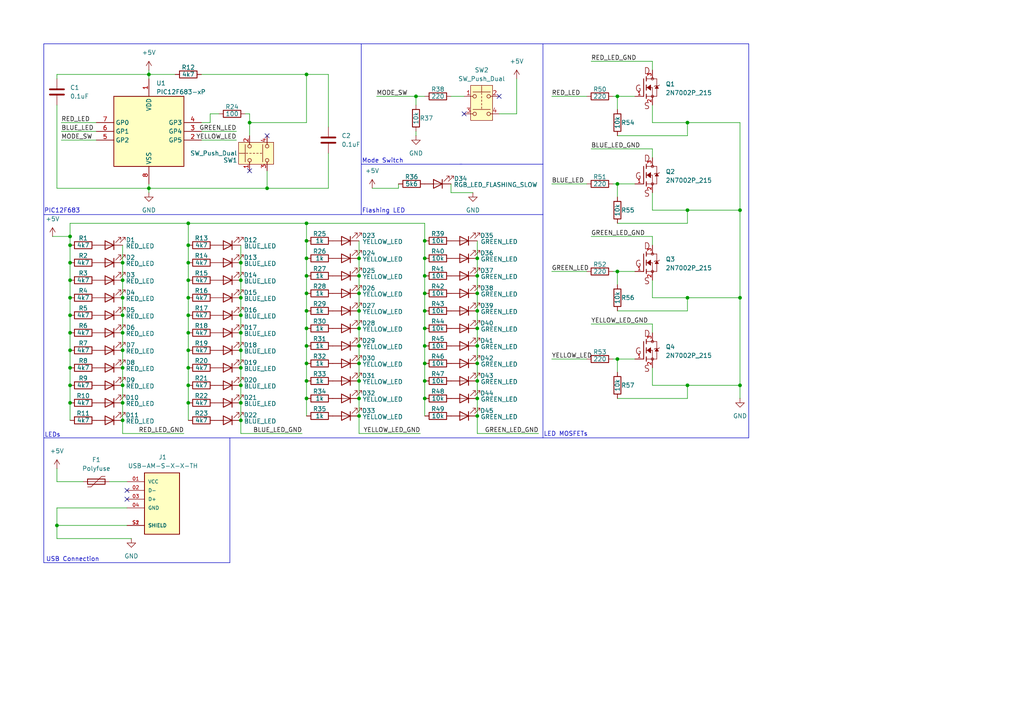
<source format=kicad_sch>
(kicad_sch (version 20250114) (generator "eeschema") (generator_version "9.0")
  (paper "A4")
  (title_block (title "Christmas Tree") (date "2025-08-04") (rev "1.1"))
  (text "LEDs" (at 15.24 126.238 0) (effects (font (size 1.27 1.27))))
  (text "Flashing LED" (at 111.252 61.214 0) (effects (font (size 1.27 1.27))))
  (text "PIC12F683" (at 18.034 61.214 0) (effects (font (size 1.27 1.27))))
  (text "Mode Switch" (at 110.998 46.736 0) (effects (font (size 1.27 1.27))))
  (text "USB Connection" (at 21.082 162.306 0) (effects (font (size 1.27 1.27))))
  (text "LED MOSFETs" (at 164.084 125.984 0) (effects (font (size 1.27 1.27))))
  (junction (at 35.56 91.44))
  (junction (at 199.39 60.96))
  (junction (at 138.43 115.57))
  (junction (at 88.9 64.77))
  (junction (at 54.61 101.6))
  (junction (at 35.56 86.36))
  (junction (at 138.43 74.93))
  (junction (at 54.61 106.68))
  (junction (at 138.43 90.17))
  (junction (at 123.19 90.17))
  (junction (at 35.56 116.84))
  (junction (at 88.9 105.41))
  (junction (at 138.43 120.65))
  (junction (at 35.56 81.28))
  (junction (at 69.85 121.92))
  (junction (at 104.14 115.57))
  (junction (at 123.19 110.49))
  (junction (at 179.07 53.34))
  (junction (at 20.32 101.6))
  (junction (at 20.32 86.36))
  (junction (at 123.19 115.57))
  (junction (at 199.39 86.36))
  (junction (at 104.14 120.65))
  (junction (at 123.19 85.09))
  (junction (at 20.32 71.12))
  (junction (at 43.18 54.61))
  (junction (at 123.19 105.41))
  (junction (at 88.9 21.59))
  (junction (at 77.47 54.61))
  (junction (at 69.85 91.44))
  (junction (at 138.43 110.49))
  (junction (at 20.32 81.28))
  (junction (at 199.39 111.76))
  (junction (at 16.51 152.4))
  (junction (at 88.9 74.93))
  (junction (at 138.43 80.01))
  (junction (at 214.63 111.76))
  (junction (at 20.32 96.52))
  (junction (at 69.85 111.76))
  (junction (at 20.32 76.2))
  (junction (at 179.07 104.14))
  (junction (at 35.56 101.6))
  (junction (at 123.19 69.85))
  (junction (at 88.9 69.85))
  (junction (at 69.85 96.52))
  (junction (at 72.39 35.56))
  (junction (at 43.18 21.59))
  (junction (at 88.9 110.49))
  (junction (at 69.85 81.28))
  (junction (at 179.07 78.74))
  (junction (at 88.9 115.57))
  (junction (at 54.61 76.2))
  (junction (at 138.43 95.25))
  (junction (at 88.9 100.33))
  (junction (at 54.61 86.36))
  (junction (at 54.61 91.44))
  (junction (at 104.14 80.01))
  (junction (at 20.32 106.68))
  (junction (at 104.14 105.41))
  (junction (at 20.32 68.58))
  (junction (at 120.65 27.94))
  (junction (at 54.61 71.12))
  (junction (at 20.32 111.76))
  (junction (at 123.19 95.25))
  (junction (at 104.14 100.33))
  (junction (at 35.56 106.68))
  (junction (at 104.14 90.17))
  (junction (at 199.39 35.56))
  (junction (at 123.19 80.01))
  (junction (at 88.9 80.01))
  (junction (at 104.14 95.25))
  (junction (at 69.85 116.84))
  (junction (at 54.61 111.76))
  (junction (at 138.43 85.09))
  (junction (at 35.56 76.2))
  (junction (at 88.9 85.09))
  (junction (at 20.32 116.84))
  (junction (at 88.9 90.17))
  (junction (at 69.85 86.36))
  (junction (at 54.61 81.28))
  (junction (at 54.61 116.84))
  (junction (at 35.56 111.76))
  (junction (at 35.56 121.92))
  (junction (at 69.85 76.2))
  (junction (at 214.63 60.96))
  (junction (at 138.43 100.33))
  (junction (at 54.61 96.52))
  (junction (at 20.32 91.44))
  (junction (at 54.61 64.77))
  (junction (at 104.14 110.49))
  (junction (at 179.07 27.94))
  (junction (at 69.85 101.6))
  (junction (at 69.85 106.68))
  (junction (at 138.43 105.41))
  (junction (at 123.19 100.33))
  (junction (at 123.19 74.93))
  (junction (at 35.56 96.52))
  (junction (at 214.63 86.36))
  (junction (at 104.14 85.09))
  (junction (at 88.9 95.25))
  (junction (at 104.14 74.93))
  (no_connect (at 77.47 39.37))
  (no_connect (at 72.39 49.53))
  (no_connect (at 144.78 27.94))
  (no_connect (at 36.83 142.24))
  (no_connect (at 36.83 144.78))
  (no_connect (at 134.62 33.02))
  (wire (pts (xy 123.19 90.17) (xy 123.19 95.25)))
  (wire (pts (xy 115.57 54.61) (xy 115.57 53.34)))
  (wire (pts (xy 179.07 39.37) (xy 199.39 39.37)))
  (wire (pts (xy 104.14 74.93) (xy 104.14 80.01)))
  (polyline (pts (xy 104.775 12.7) (xy 157.48 12.7)))
  (wire (pts (xy 69.85 121.92) (xy 69.85 125.73)))
  (wire (pts (xy 63.5 33.02) (xy 60.96 33.02)))
  (wire (pts (xy 88.9 115.57) (xy 88.9 120.65)))
  (wire (pts (xy 68.58 40.64) (xy 58.42 40.64)))
  (wire (pts (xy 20.32 101.6) (xy 20.32 106.68)))
  (wire (pts (xy 104.14 115.57) (xy 104.14 120.65)))
  (wire (pts (xy 138.43 115.57) (xy 138.43 120.65)))
  (wire (pts (xy 69.85 71.12) (xy 69.85 76.2)))
  (wire (pts (xy 104.14 69.85) (xy 104.14 74.93)))
  (wire (pts (xy 16.51 21.59) (xy 16.51 22.86)))
  (wire (pts (xy 43.18 54.61) (xy 43.18 55.88)))
  (wire (pts (xy 130.81 55.88) (xy 137.16 55.88)))
  (polyline (pts (xy 12.7 163.195) (xy 66.675 163.195)))
  (wire (pts (xy 123.19 69.85) (xy 123.19 74.93)))
  (wire (pts (xy 123.19 110.49) (xy 123.19 115.57)))
  (wire (pts (xy 138.43 80.01) (xy 138.43 85.09)))
  (polyline (pts (xy 217.17 12.7) (xy 157.48 12.7)))
  (wire (pts (xy 38.1 156.21) (xy 16.51 156.21)))
  (wire (pts (xy 179.07 53.34) (xy 179.07 57.15)))
  (wire (pts (xy 35.56 125.73) (xy 53.34 125.73)))
  (polyline (pts (xy 157.48 47.625) (xy 157.48 62.23)))
  (polyline (pts (xy 104.775 62.23) (xy 157.48 62.23)))
  (wire (pts (xy 54.61 64.77) (xy 20.32 64.77)))
  (wire (pts (xy 77.47 54.61) (xy 95.25 54.61)))
  (wire (pts (xy 138.43 69.85) (xy 138.43 74.93)))
  (wire (pts (xy 199.39 39.37) (xy 199.39 35.56)))
  (wire (pts (xy 36.83 147.32) (xy 16.51 147.32)))
  (wire (pts (xy 179.07 78.74) (xy 184.15 78.74)))
  (wire (pts (xy 179.07 104.14) (xy 184.15 104.14)))
  (wire (pts (xy 88.9 85.09) (xy 88.9 90.17)))
  (wire (pts (xy 109.22 27.94) (xy 120.65 27.94)))
  (wire (pts (xy 104.14 100.33) (xy 104.14 105.41)))
  (wire (pts (xy 214.63 60.96) (xy 214.63 86.36)))
  (wire (pts (xy 35.56 121.92) (xy 35.56 125.73)))
  (wire (pts (xy 88.9 21.59) (xy 88.9 35.56)))
  (wire (pts (xy 43.18 54.61) (xy 77.47 54.61)))
  (wire (pts (xy 104.14 85.09) (xy 104.14 90.17)))
  (wire (pts (xy 20.32 91.44) (xy 20.32 96.52)))
  (wire (pts (xy 88.9 69.85) (xy 88.9 74.93)))
  (wire (pts (xy 68.58 38.1) (xy 58.42 38.1)))
  (wire (pts (xy 179.07 104.14) (xy 179.07 107.95)))
  (wire (pts (xy 20.32 116.84) (xy 20.32 121.92)))
  (wire (pts (xy 72.39 33.02) (xy 72.39 35.56)))
  (wire (pts (xy 189.23 60.96) (xy 199.39 60.96)))
  (wire (pts (xy 160.02 78.74) (xy 170.18 78.74)))
  (wire (pts (xy 214.63 35.56) (xy 199.39 35.56)))
  (wire (pts (xy 20.32 86.36) (xy 20.32 91.44)))
  (wire (pts (xy 189.23 17.78) (xy 171.45 17.78)))
  (wire (pts (xy 88.9 100.33) (xy 88.9 105.41)))
  (wire (pts (xy 16.51 139.7) (xy 16.51 135.89)))
  (wire (pts (xy 35.56 86.36) (xy 35.56 91.44)))
  (wire (pts (xy 179.07 78.74) (xy 179.07 82.55)))
  (polyline (pts (xy 217.17 127) (xy 217.17 12.7)))
  (wire (pts (xy 189.23 86.36) (xy 199.39 86.36)))
  (wire (pts (xy 120.65 27.94) (xy 123.19 27.94)))
  (wire (pts (xy 20.32 106.68) (xy 20.32 111.76)))
  (polyline (pts (xy 133.985 47.625) (xy 104.775 47.625)))
  (wire (pts (xy 69.85 76.2) (xy 69.85 81.28)))
  (wire (pts (xy 20.32 76.2) (xy 20.32 81.28)))
  (wire (pts (xy 138.43 85.09) (xy 138.43 90.17)))
  (wire (pts (xy 160.02 53.34) (xy 170.18 53.34)))
  (polyline (pts (xy 133.985 47.625) (xy 133.35 47.625)))
  (wire (pts (xy 104.14 95.25) (xy 104.14 100.33)))
  (wire (pts (xy 35.56 76.2) (xy 35.56 81.28)))
  (wire (pts (xy 35.56 71.12) (xy 35.56 76.2)))
  (wire (pts (xy 88.9 74.93) (xy 88.9 80.01)))
  (wire (pts (xy 179.07 64.77) (xy 199.39 64.77)))
  (wire (pts (xy 199.39 115.57) (xy 199.39 111.76)))
  (wire (pts (xy 130.81 53.34) (xy 130.81 55.88)))
  (wire (pts (xy 189.23 43.18) (xy 189.23 45.72)))
  (wire (pts (xy 43.18 20.32) (xy 43.18 21.59)))
  (wire (pts (xy 214.63 115.57) (xy 214.63 111.76)))
  (wire (pts (xy 16.51 54.61) (xy 43.18 54.61)))
  (wire (pts (xy 189.23 106.68) (xy 189.23 111.76)))
  (wire (pts (xy 69.85 96.52) (xy 69.85 101.6)))
  (polyline (pts (xy 66.675 163.195) (xy 66.675 127)))
  (polyline (pts (xy 157.48 62.23) (xy 157.48 127)))
  (wire (pts (xy 189.23 68.58) (xy 171.45 68.58)))
  (wire (pts (xy 77.47 49.53) (xy 77.47 54.61)))
  (wire (pts (xy 123.19 74.93) (xy 123.19 80.01)))
  (wire (pts (xy 177.8 104.14) (xy 179.07 104.14)))
  (wire (pts (xy 17.78 38.1) (xy 27.94 38.1)))
  (wire (pts (xy 138.43 125.73) (xy 156.21 125.73)))
  (wire (pts (xy 35.56 111.76) (xy 35.56 116.84)))
  (wire (pts (xy 88.9 69.85) (xy 88.9 64.77)))
  (wire (pts (xy 54.61 116.84) (xy 54.61 121.92)))
  (wire (pts (xy 60.96 35.56) (xy 58.42 35.56)))
  (polyline (pts (xy 12.7 127) (xy 12.7 62.23)))
  (wire (pts (xy 189.23 68.58) (xy 189.23 71.12)))
  (wire (pts (xy 69.85 81.28) (xy 69.85 86.36)))
  (wire (pts (xy 104.14 110.49) (xy 104.14 115.57)))
  (wire (pts (xy 69.85 106.68) (xy 69.85 111.76)))
  (wire (pts (xy 199.39 60.96) (xy 214.63 60.96)))
  (wire (pts (xy 35.56 81.28) (xy 35.56 86.36)))
  (wire (pts (xy 123.19 105.41) (xy 123.19 110.49)))
  (wire (pts (xy 69.85 116.84) (xy 69.85 121.92)))
  (wire (pts (xy 104.14 90.17) (xy 104.14 95.25)))
  (wire (pts (xy 177.8 53.34) (xy 179.07 53.34)))
  (polyline (pts (xy 12.7 12.7) (xy 12.7 62.23)))
  (wire (pts (xy 20.32 64.77) (xy 20.32 68.58)))
  (wire (pts (xy 179.07 90.17) (xy 199.39 90.17)))
  (wire (pts (xy 69.85 101.6) (xy 69.85 106.68)))
  (polyline (pts (xy 133.985 47.625) (xy 157.48 47.625)))
  (wire (pts (xy 160.02 104.14) (xy 170.18 104.14)))
  (polyline (pts (xy 157.48 12.7) (xy 157.48 47.625)))
  (wire (pts (xy 20.32 96.52) (xy 20.32 101.6)))
  (wire (pts (xy 88.9 21.59) (xy 95.25 21.59)))
  (wire (pts (xy 189.23 43.18) (xy 171.45 43.18)))
  (wire (pts (xy 189.23 17.78) (xy 189.23 20.32)))
  (polyline (pts (xy 104.775 62.23) (xy 104.775 12.7)))
  (wire (pts (xy 31.75 139.7) (xy 36.83 139.7)))
  (wire (pts (xy 104.14 80.01) (xy 104.14 85.09)))
  (wire (pts (xy 43.18 21.59) (xy 50.8 21.59)))
  (polyline (pts (xy 12.7 127) (xy 12.7 163.195)))
  (wire (pts (xy 35.56 116.84) (xy 35.56 121.92)))
  (wire (pts (xy 88.9 90.17) (xy 88.9 95.25)))
  (polyline (pts (xy 12.7 12.7) (xy 104.775 12.7)))
  (wire (pts (xy 130.81 27.94) (xy 134.62 27.94)))
  (polyline (pts (xy 157.48 127) (xy 217.17 127)))
  (wire (pts (xy 123.19 100.33) (xy 123.19 105.41)))
  (wire (pts (xy 189.23 30.48) (xy 189.23 35.56)))
  (polyline (pts (xy 12.7 62.23) (xy 104.775 62.23)))
  (wire (pts (xy 189.23 111.76) (xy 199.39 111.76)))
  (wire (pts (xy 177.8 78.74) (xy 179.07 78.74)))
  (wire (pts (xy 54.61 71.12) (xy 54.61 76.2)))
  (wire (pts (xy 16.51 147.32) (xy 16.51 152.4)))
  (wire (pts (xy 88.9 95.25) (xy 88.9 100.33)))
  (wire (pts (xy 120.65 30.48) (xy 120.65 27.94)))
  (wire (pts (xy 144.78 33.02) (xy 149.86 33.02)))
  (wire (pts (xy 138.43 100.33) (xy 138.43 105.41)))
  (wire (pts (xy 179.07 53.34) (xy 184.15 53.34)))
  (wire (pts (xy 54.61 91.44) (xy 54.61 96.52)))
  (wire (pts (xy 95.25 36.83) (xy 95.25 21.59)))
  (wire (pts (xy 69.85 91.44) (xy 69.85 96.52)))
  (wire (pts (xy 179.07 115.57) (xy 199.39 115.57)))
  (wire (pts (xy 16.51 152.4) (xy 36.83 152.4)))
  (wire (pts (xy 20.32 71.12) (xy 20.32 76.2)))
  (wire (pts (xy 199.39 90.17) (xy 199.39 86.36)))
  (wire (pts (xy 20.32 81.28) (xy 20.32 86.36)))
  (wire (pts (xy 54.61 101.6) (xy 54.61 106.68)))
  (wire (pts (xy 104.14 120.65) (xy 104.14 125.73)))
  (wire (pts (xy 35.56 101.6) (xy 35.56 106.68)))
  (wire (pts (xy 104.14 105.41) (xy 104.14 110.49)))
  (wire (pts (xy 54.61 86.36) (xy 54.61 91.44)))
  (wire (pts (xy 69.85 125.73) (xy 87.63 125.73)))
  (wire (pts (xy 69.85 111.76) (xy 69.85 116.84)))
  (wire (pts (xy 71.12 33.02) (xy 72.39 33.02)))
  (wire (pts (xy 199.39 111.76) (xy 214.63 111.76)))
  (wire (pts (xy 138.43 105.41) (xy 138.43 110.49)))
  (wire (pts (xy 58.42 21.59) (xy 88.9 21.59)))
  (wire (pts (xy 54.61 76.2) (xy 54.61 81.28)))
  (wire (pts (xy 20.32 68.58) (xy 20.32 71.12)))
  (wire (pts (xy 107.95 54.61) (xy 115.57 54.61)))
  (wire (pts (xy 123.19 69.85) (xy 123.19 64.77)))
  (wire (pts (xy 123.19 115.57) (xy 123.19 120.65)))
  (wire (pts (xy 88.9 105.41) (xy 88.9 110.49)))
  (wire (pts (xy 199.39 64.77) (xy 199.39 60.96)))
  (wire (pts (xy 35.56 91.44) (xy 35.56 96.52)))
  (wire (pts (xy 16.51 30.48) (xy 16.51 54.61)))
  (wire (pts (xy 189.23 93.98) (xy 189.23 96.52)))
  (wire (pts (xy 69.85 86.36) (xy 69.85 91.44)))
  (wire (pts (xy 95.25 44.45) (xy 95.25 54.61)))
  (wire (pts (xy 88.9 80.01) (xy 88.9 85.09)))
  (wire (pts (xy 54.61 71.12) (xy 54.61 64.77)))
  (wire (pts (xy 123.19 95.25) (xy 123.19 100.33)))
  (wire (pts (xy 16.51 156.21) (xy 16.51 152.4)))
  (wire (pts (xy 123.19 64.77) (xy 88.9 64.77)))
  (wire (pts (xy 16.51 21.59) (xy 43.18 21.59)))
  (wire (pts (xy 138.43 110.49) (xy 138.43 115.57)))
  (wire (pts (xy 88.9 110.49) (xy 88.9 115.57)))
  (wire (pts (xy 72.39 35.56) (xy 72.39 39.37)))
  (wire (pts (xy 179.07 27.94) (xy 179.07 31.75)))
  (wire (pts (xy 35.56 96.52) (xy 35.56 101.6)))
  (wire (pts (xy 214.63 86.36) (xy 214.63 111.76)))
  (wire (pts (xy 138.43 90.17) (xy 138.43 95.25)))
  (wire (pts (xy 54.61 111.76) (xy 54.61 116.84)))
  (wire (pts (xy 138.43 120.65) (xy 138.43 125.73)))
  (wire (pts (xy 15.24 68.58) (xy 20.32 68.58)))
  (wire (pts (xy 214.63 35.56) (xy 214.63 60.96)))
  (wire (pts (xy 17.78 35.56) (xy 27.94 35.56)))
  (wire (pts (xy 179.07 27.94) (xy 184.15 27.94)))
  (wire (pts (xy 160.02 27.94) (xy 170.18 27.94)))
  (wire (pts (xy 120.65 38.1) (xy 120.65 39.37)))
  (wire (pts (xy 123.19 80.01) (xy 123.19 85.09)))
  (wire (pts (xy 199.39 35.56) (xy 189.23 35.56)))
  (wire (pts (xy 138.43 74.93) (xy 138.43 80.01)))
  (wire (pts (xy 189.23 55.88) (xy 189.23 60.96)))
  (wire (pts (xy 104.14 125.73) (xy 121.92 125.73)))
  (wire (pts (xy 16.51 139.7) (xy 24.13 139.7)))
  (wire (pts (xy 123.19 85.09) (xy 123.19 90.17)))
  (wire (pts (xy 20.32 111.76) (xy 20.32 116.84)))
  (wire (pts (xy 189.23 93.98) (xy 171.45 93.98)))
  (polyline (pts (xy 157.48 127) (xy 12.7 127)))
  (wire (pts (xy 35.56 106.68) (xy 35.56 111.76)))
  (wire (pts (xy 54.61 96.52) (xy 54.61 101.6)))
  (wire (pts (xy 43.18 53.34) (xy 43.18 54.61)))
  (wire (pts (xy 60.96 33.02) (xy 60.96 35.56)))
  (wire (pts (xy 149.86 22.86) (xy 149.86 33.02)))
  (wire (pts (xy 54.61 106.68) (xy 54.61 111.76)))
  (wire (pts (xy 17.78 40.64) (xy 27.94 40.64)))
  (wire (pts (xy 177.8 27.94) (xy 179.07 27.94)))
  (wire (pts (xy 88.9 64.77) (xy 54.61 64.77)))
  (wire (pts (xy 138.43 95.25) (xy 138.43 100.33)))
  (wire (pts (xy 189.23 81.28) (xy 189.23 86.36)))
  (wire (pts (xy 72.39 35.56) (xy 88.9 35.56)))
  (wire (pts (xy 199.39 86.36) (xy 214.63 86.36)))
  (wire (pts (xy 54.61 81.28) (xy 54.61 86.36)))
  (wire (pts (xy 43.18 21.59) (xy 43.18 22.86)))
  (label "BLUE_LED" (at 17.78 38.1 0))
  (label "YELLOW_LED" (at 160.02 104.14 0))
  (label "YELLOW_LED_GND" (at 121.92 125.73 180))
  (label "GREEN_LED" (at 68.58 38.1 180))
  (label "MODE_SW" (at 17.78 40.64 0))
  (label "RED_LED" (at 160.02 27.94 0))
  (label "RED_LED_GND" (at 171.45 17.78 0))
  (label "BLUE_LED_GND" (at 87.63 125.73 180))
  (label "BLUE_LED" (at 160.02 53.34 0))
  (label "BLUE_LED_GND" (at 171.45 43.18 0))
  (label "YELLOW_LED_GND" (at 171.45 93.98 0))
  (label "GREEN_LED_GND" (at 156.21 125.73 180))
  (label "MODE_SW" (at 109.22 27.94 0))
  (label "RED_LED_GND" (at 53.34 125.73 180))
  (label "GREEN_LED" (at 160.02 78.74 0))
  (label "YELLOW_LED" (at 68.58 40.64 180))
  (label "RED_LED" (at 17.78 35.56 0))
  (label "GREEN_LED_GND" (at 171.45 68.58 0))
  (symbol (lib_id "Device:LED") (at 66.04 81.28 180) (unit 1)
    (property "Reference" "D14" (at 72.644 79.756 0))
    (property "Value" "BLUE_LED" (at 75.438 81.534 0))
    (property "Footprint" "LED_THT:LED_D5.0mm" (effects (hide yes)))
    (property "Description" "Light emitting diode" (effects (hide yes)))
  )
  (symbol (lib_id "power:GND") (at 120.65 39.37 0) (unit 1)
    (property "Reference" "#PWR07" (effects (hide yes)))
    (property "Value" "GND" (at 120.65 44.45 0))
    (property "Description" "Power symbol creates a global label with name \"GND\" , ground" (effects (hide yes)))
  )
  (symbol (lib_id "Device:LED") (at 134.62 105.41 180) (unit 1)
    (property "Reference" "D42" (at 141.224 103.886 0))
    (property "Value" "GREEN_LED" (at 144.78 105.664 0))
    (property "Footprint" "LED_THT:LED_D5.0mm" (effects (hide yes)))
    (property "Description" "Light emitting diode" (effects (hide yes)))
  )
  (symbol (lib_id "Device:LED") (at 134.62 90.17 180) (unit 1)
    (property "Reference" "D39" (at 141.224 88.646 0))
    (property "Value" "GREEN_LED" (at 144.78 90.424 0))
    (property "Footprint" "LED_THT:LED_D5.0mm" (effects (hide yes)))
    (property "Description" "Light emitting diode" (effects (hide yes)))
  )
  (symbol (lib_id "Device:LED") (at 66.04 101.6 180) (unit 1)
    (property "Reference" "D18" (at 72.644 100.076 0))
    (property "Value" "BLUE_LED" (at 75.438 101.854 0))
    (property "Footprint" "LED_THT:LED_D5.0mm" (effects (hide yes)))
    (property "Description" "Light emitting diode" (effects (hide yes)))
  )
  (symbol (lib_id "Device:R") (at 179.07 86.36 0) (unit 1)
    (property "Reference" "R56" (at 182.118 86.36 0))
    (property "Value" "10k" (at 179.07 86.36 90))
    (property "Footprint" "Resistor_SMD:R_0402_1005Metric" (effects (hide yes)))
    (property "Description" "Resistor" (effects (hide yes)))
  )
  (symbol (lib_id "Device:R") (at 92.71 105.41 270) (unit 1)
    (property "Reference" "R32" (at 92.71 103.378 90))
    (property "Value" "1k" (at 92.71 105.41 90))
    (property "Footprint" "Resistor_SMD:R_0805_2012Metric" (effects (hide yes)))
    (property "Description" "Resistor" (effects (hide yes)))
  )
  (symbol (lib_id "Device:LED") (at 31.75 76.2 180) (unit 1)
    (property "Reference" "D2" (at 37.846 74.676 0))
    (property "Value" "RED_LED" (at 40.64 76.454 0))
    (property "Footprint" "LED_THT:LED_D5.0mm" (effects (hide yes)))
    (property "Description" "Light emitting diode" (effects (hide yes)))
  )
  (symbol (lib_id "Device:LED") (at 66.04 96.52 180) (unit 1)
    (property "Reference" "D17" (at 72.644 94.996 0))
    (property "Value" "BLUE_LED" (at 75.438 96.774 0))
    (property "Footprint" "LED_THT:LED_D5.0mm" (effects (hide yes)))
    (property "Description" "Light emitting diode" (effects (hide yes)))
  )
  (symbol (lib_id "power:+5V") (at 16.51 135.89 0) (unit 1)
    (property "Reference" "#PWR02" (effects (hide yes)))
    (property "Value" "+5V" (at 16.51 130.81 0))
    (property "Description" "Power symbol creates a global label with name \"+5V\"" (effects (hide yes)))
  )
  (symbol (lib_id "Device:R") (at 24.13 71.12 270) (unit 1)
    (property "Reference" "R1" (at 24.13 69.088 90))
    (property "Value" "4k7" (at 24.13 71.12 90))
    (property "Footprint" "Resistor_SMD:R_0805_2012Metric" (effects (hide yes)))
    (property "Description" "Resistor" (effects (hide yes)))
  )
  (symbol (lib_id "Device:LED") (at 31.75 91.44 180) (unit 1)
    (property "Reference" "D5" (at 37.846 89.916 0))
    (property "Value" "RED_LED" (at 40.64 91.694 0))
    (property "Footprint" "LED_THT:LED_D5.0mm" (effects (hide yes)))
    (property "Description" "Light emitting diode" (effects (hide yes)))
  )
  (symbol (lib_id "Device:C") (at 95.25 40.64 0) (unit 1)
    (property "Reference" "C2" (at 99.06 39.3699 0) (effects (justify left)))
    (property "Value" "0.1uF" (at 99.06 41.9099 0) (effects (justify left)))
    (property "Footprint" "Capacitor_SMD:C_0603_1608Metric" (effects (hide yes)))
    (property "Description" "Unpolarized capacitor" (effects (hide yes)))
  )
  (symbol (lib_id "Device:R") (at 24.13 76.2 270) (unit 1)
    (property "Reference" "R2" (at 24.13 74.168 90))
    (property "Value" "4k7" (at 24.13 76.2 90))
    (property "Footprint" "Resistor_SMD:R_0805_2012Metric" (effects (hide yes)))
    (property "Description" "Resistor" (effects (hide yes)))
  )
  (symbol (lib_id "Device:R") (at 92.71 95.25 270) (unit 1)
    (property "Reference" "R30" (at 92.71 93.218 90))
    (property "Value" "1k" (at 92.71 95.25 90))
    (property "Footprint" "Resistor_SMD:R_0805_2012Metric" (effects (hide yes)))
    (property "Description" "Resistor" (effects (hide yes)))
  )
  (symbol (lib_id "Device:LED") (at 100.33 85.09 180) (unit 1)
    (property "Reference" "D26" (at 106.934 83.566 0))
    (property "Value" "YELLOW_LED" (at 110.998 85.344 0))
    (property "Footprint" "LED_THT:LED_D5.0mm" (effects (hide yes)))
    (property "Description" "Light emitting diode" (effects (hide yes)))
  )
  (symbol (lib_id "power:GND") (at 43.18 55.88 0) (unit 1)
    (property "Reference" "#PWR05" (effects (hide yes)))
    (property "Value" "GND" (at 43.18 60.96 0))
    (property "Description" "Power symbol creates a global label with name \"GND\" , ground" (effects (hide yes)))
  )
  (symbol (lib_id "Device:R") (at 92.71 115.57 270) (unit 1)
    (property "Reference" "R34" (at 92.71 113.538 90))
    (property "Value" "1k" (at 92.71 115.57 90))
    (property "Footprint" "Resistor_SMD:R_0805_2012Metric" (effects (hide yes)))
    (property "Description" "Resistor" (effects (hide yes)))
  )
  (symbol (lib_id "power:+5V") (at 149.86 22.86 0) (unit 1)
    (property "Reference" "#PWR09" (effects (hide yes)))
    (property "Value" "+5V" (at 149.86 17.78 0))
    (property "Description" "Power symbol creates a global label with name \"+5V\"" (effects (hide yes)))
  )
  (symbol (lib_id "Device:R") (at 127 69.85 270) (unit 1)
    (property "Reference" "R39" (at 127 67.818 90))
    (property "Value" "10k" (at 127 69.85 90))
    (property "Footprint" "Resistor_SMD:R_0805_2012Metric" (effects (hide yes)))
    (property "Description" "Resistor" (effects (hide yes)))
  )
  (symbol (lib_id "Device:R") (at 92.71 80.01 270) (unit 1)
    (property "Reference" "R27" (at 92.71 77.978 90))
    (property "Value" "1k" (at 92.71 80.01 90))
    (property "Footprint" "Resistor_SMD:R_0805_2012Metric" (effects (hide yes)))
    (property "Description" "Resistor" (effects (hide yes)))
  )
  (symbol (lib_id "Device:R") (at 58.42 91.44 270) (unit 1)
    (property "Reference" "R17" (at 58.42 89.408 90))
    (property "Value" "4k7" (at 58.42 91.44 90))
    (property "Footprint" "Resistor_SMD:R_0805_2012Metric" (effects (hide yes)))
    (property "Description" "Resistor" (effects (hide yes)))
  )
  (symbol (lib_id "Device:R") (at 24.13 81.28 270) (unit 1)
    (property "Reference" "R3" (at 24.13 79.248 90))
    (property "Value" "4k7" (at 24.13 81.28 90))
    (property "Footprint" "Resistor_SMD:R_0805_2012Metric" (effects (hide yes)))
    (property "Description" "Resistor" (effects (hide yes)))
  )
  (symbol (lib_id "Device:R") (at 127 90.17 270) (unit 1)
    (property "Reference" "R43" (at 127 88.138 90))
    (property "Value" "10k" (at 127 90.17 90))
    (property "Footprint" "Resistor_SMD:R_0805_2012Metric" (effects (hide yes)))
    (property "Description" "Resistor" (effects (hide yes)))
  )
  (symbol (lib_id "Device:R") (at 58.42 121.92 270) (unit 1)
    (property "Reference" "R23" (at 58.42 119.888 90))
    (property "Value" "4k7" (at 58.42 121.92 90))
    (property "Footprint" "Resistor_SMD:R_0805_2012Metric" (effects (hide yes)))
    (property "Description" "Resistor" (effects (hide yes)))
  )
  (symbol (lib_id "Device:R") (at 92.71 100.33 270) (unit 1)
    (property "Reference" "R31" (at 92.71 98.298 90))
    (property "Value" "1k" (at 92.71 100.33 90))
    (property "Footprint" "Resistor_SMD:R_0805_2012Metric" (effects (hide yes)))
    (property "Description" "Resistor" (effects (hide yes)))
  )
  (symbol (lib_id "Device:LED") (at 134.62 85.09 180) (unit 1)
    (property "Reference" "D38" (at 141.224 83.566 0))
    (property "Value" "GREEN_LED" (at 144.78 85.344 0))
    (property "Footprint" "LED_THT:LED_D5.0mm" (effects (hide yes)))
    (property "Description" "Light emitting diode" (effects (hide yes)))
  )
  (symbol (lib_id "Device:R") (at 58.42 76.2 270) (unit 1)
    (property "Reference" "R14" (at 58.42 74.168 90))
    (property "Value" "4k7" (at 58.42 76.2 90))
    (property "Footprint" "Resistor_SMD:R_0805_2012Metric" (effects (hide yes)))
    (property "Description" "Resistor" (effects (hide yes)))
  )
  (symbol (lib_id "Device:LED") (at 66.04 76.2 180) (unit 1)
    (property "Reference" "D13" (at 72.644 74.676 0))
    (property "Value" "BLUE_LED" (at 75.438 76.454 0))
    (property "Footprint" "LED_THT:LED_D5.0mm" (effects (hide yes)))
    (property "Description" "Light emitting diode" (effects (hide yes)))
  )
  (symbol (lib_id "Device:R") (at 24.13 121.92 270) (unit 1)
    (property "Reference" "R11" (at 24.13 119.888 90))
    (property "Value" "4k7" (at 24.13 121.92 90))
    (property "Footprint" "Resistor_SMD:R_0805_2012Metric" (effects (hide yes)))
    (property "Description" "Resistor" (effects (hide yes)))
  )
  (symbol (lib_id "Device:R") (at 24.13 101.6 270) (unit 1)
    (property "Reference" "R7" (at 24.13 99.568 90))
    (property "Value" "4k7" (at 24.13 101.6 90))
    (property "Footprint" "Resistor_SMD:R_0805_2012Metric" (effects (hide yes)))
    (property "Description" "Resistor" (effects (hide yes)))
  )
  (symbol (lib_id "Device:R") (at 92.71 110.49 270) (unit 1)
    (property "Reference" "R33" (at 92.71 108.458 90))
    (property "Value" "1k" (at 92.71 110.49 90))
    (property "Footprint" "Resistor_SMD:R_0805_2012Metric" (effects (hide yes)))
    (property "Description" "Resistor" (effects (hide yes)))
  )
  (symbol (lib_id "Device:R") (at 127 100.33 270) (unit 1)
    (property "Reference" "R45" (at 127 98.298 90))
    (property "Value" "10k" (at 127 100.33 90))
    (property "Footprint" "Resistor_SMD:R_0805_2012Metric" (effects (hide yes)))
    (property "Description" "Resistor" (effects (hide yes)))
  )
  (symbol (lib_id "Device:LED") (at 31.75 116.84 180) (unit 1)
    (property "Reference" "D10" (at 38.354 115.316 0))
    (property "Value" "RED_LED" (at 40.64 117.094 0))
    (property "Footprint" "LED_THT:LED_D5.0mm" (effects (hide yes)))
    (property "Description" "Light emitting diode" (effects (hide yes)))
  )
  (symbol (lib_id "Device:LED") (at 100.33 110.49 180) (unit 1)
    (property "Reference" "D31" (at 106.934 108.966 0))
    (property "Value" "YELLOW_LED" (at 110.998 110.744 0))
    (property "Footprint" "LED_THT:LED_D5.0mm" (effects (hide yes)))
    (property "Description" "Light emitting diode" (effects (hide yes)))
  )
  (symbol (lib_id "Device:LED") (at 66.04 121.92 180) (unit 1)
    (property "Reference" "D22" (at 72.644 120.396 0))
    (property "Value" "BLUE_LED" (at 75.438 122.174 0))
    (property "Footprint" "LED_THT:LED_D5.0mm" (effects (hide yes)))
    (property "Description" "Light emitting diode" (effects (hide yes)))
  )
  (symbol (lib_id "Device:R") (at 54.61 21.59 270) (unit 1)
    (property "Reference" "R12" (at 54.61 19.558 90))
    (property "Value" "4k7" (at 54.61 21.59 90))
    (property "Footprint" "Resistor_SMD:R_0805_2012Metric" (effects (hide yes)))
    (property "Description" "Resistor" (effects (hide yes)))
  )
  (symbol (lib_id "power:GND") (at 214.63 115.57 0) (unit 1)
    (property "Reference" "#PWR010" (effects (hide yes)))
    (property "Value" "GND" (at 214.63 120.65 0))
    (property "Description" "Power symbol creates a global label with name \"GND\" , ground" (effects (hide yes)))
  )
  (symbol (lib_id "Device:R") (at 58.42 96.52 270) (unit 1)
    (property "Reference" "R18" (at 58.42 94.488 90))
    (property "Value" "4k7" (at 58.42 96.52 90))
    (property "Footprint" "Resistor_SMD:R_0805_2012Metric" (effects (hide yes)))
    (property "Description" "Resistor" (effects (hide yes)))
  )
  (symbol (lib_id "Device:LED") (at 66.04 71.12 180) (unit 1)
    (property "Reference" "D12" (at 72.644 69.596 0))
    (property "Value" "BLUE_LED" (at 75.438 71.374 0))
    (property "Footprint" "LED_THT:LED_D5.0mm" (effects (hide yes)))
    (property "Description" "Light emitting diode" (effects (hide yes)))
  )
  (symbol (lib_id "KiCad_Symbols:2N7002P_215") (at 186.69 101.6 0) (unit 1)
    (property "Reference" "Q4" (at 193.04 100.5852 0) (effects (justify left)))
    (property "Value" "2N7002P_215" (at 193.04 103.1252 0) (effects (justify left)))
    (property "Footprint" "KiCAD_Footprints:2N7002P,215" (effects (hide yes)))
    (property "MF" "Nexperia" (effects (hide yes)))
    (property "Description_1" "N-Channel 60 V 360mA (Ta) 350mW (Ta) Surface Mount TO-236AB" (effects (hide yes)))
    (property "Package" "SOT23-3 Nexperia USA Inc." (effects (hide yes)))
    (property "Price" "None" (effects (hide yes)))
    (property "SnapEDA_Link" "https://www.snapeda.com/parts/2N7002P,215/Nexperia/view-part/?ref=snap" (effects (hide yes)))
    (property "MP" "2N7002P,215" (effects (hide yes)))
    (property "Availability" "In Stock" (effects (hide yes)))
    (property "Check_prices" "https://www.snapeda.com/parts/2N7002P,215/Nexperia/view-part/?ref=eda" (effects (hide yes)))
  )
  (symbol (lib_id "Device:R") (at 58.42 116.84 270) (unit 1)
    (property "Reference" "R22" (at 58.42 114.808 90))
    (property "Value" "4k7" (at 58.42 116.84 90))
    (property "Footprint" "Resistor_SMD:R_0805_2012Metric" (effects (hide yes)))
    (property "Description" "Resistor" (effects (hide yes)))
  )
  (symbol (lib_id "Device:LED") (at 66.04 91.44 180) (unit 1)
    (property "Reference" "D16" (at 72.644 89.916 0))
    (property "Value" "BLUE_LED" (at 75.438 91.694 0))
    (property "Footprint" "LED_THT:LED_D5.0mm" (effects (hide yes)))
    (property "Description" "Light emitting diode" (effects (hide yes)))
  )
  (symbol (lib_id "power:GND") (at 137.16 55.88 0) (unit 1)
    (property "Reference" "#PWR08" (effects (hide yes)))
    (property "Value" "GND" (at 137.16 60.96 0))
    (property "Description" "Power symbol creates a global label with name \"GND\" , ground" (effects (hide yes)))
  )
  (symbol (lib_id "Device:R") (at 58.42 111.76 270) (unit 1)
    (property "Reference" "R21" (at 58.42 109.728 90))
    (property "Value" "4k7" (at 58.42 111.76 90))
    (property "Footprint" "Resistor_SMD:R_0805_2012Metric" (effects (hide yes)))
    (property "Description" "Resistor" (effects (hide yes)))
  )
  (symbol (lib_id "Device:LED") (at 134.62 69.85 180) (unit 1)
    (property "Reference" "D35" (at 141.224 68.326 0))
    (property "Value" "GREEN_LED" (at 144.78 70.104 0))
    (property "Footprint" "LED_THT:LED_D5.0mm" (effects (hide yes)))
    (property "Description" "Light emitting diode" (effects (hide yes)))
  )
  (symbol (lib_id "Device:R") (at 58.42 71.12 270) (unit 1)
    (property "Reference" "R13" (at 58.42 69.088 90))
    (property "Value" "4k7" (at 58.42 71.12 90))
    (property "Footprint" "Resistor_SMD:R_0805_2012Metric" (effects (hide yes)))
    (property "Description" "Resistor" (effects (hide yes)))
  )
  (symbol (lib_id "Device:R") (at 24.13 96.52 270) (unit 1)
    (property "Reference" "R6" (at 24.13 94.488 90))
    (property "Value" "4k7" (at 24.13 96.52 90))
    (property "Footprint" "Resistor_SMD:R_0805_2012Metric" (effects (hide yes)))
    (property "Description" "Resistor" (effects (hide yes)))
  )
  (symbol (lib_id "Device:LED") (at 134.62 115.57 180) (unit 1)
    (property "Reference" "D44" (at 141.224 114.046 0))
    (property "Value" "GREEN_LED" (at 144.78 115.824 0))
    (property "Footprint" "LED_THT:LED_D5.0mm" (effects (hide yes)))
    (property "Description" "Light emitting diode" (effects (hide yes)))
  )
  (symbol (lib_id "Device:R") (at 127 85.09 270) (unit 1)
    (property "Reference" "R42" (at 127 83.058 90))
    (property "Value" "10k" (at 127 85.09 90))
    (property "Footprint" "Resistor_SMD:R_0805_2012Metric" (effects (hide yes)))
    (property "Description" "Resistor" (effects (hide yes)))
  )
  (symbol (lib_id "Device:LED") (at 100.33 105.41 180) (unit 1)
    (property "Reference" "D30" (at 106.934 103.886 0))
    (property "Value" "YELLOW_LED" (at 110.998 105.664 0))
    (property "Footprint" "LED_THT:LED_D5.0mm" (effects (hide yes)))
    (property "Description" "Light emitting diode" (effects (hide yes)))
  )
  (symbol (lib_id "Device:LED") (at 100.33 100.33 180) (unit 1)
    (property "Reference" "D29" (at 106.934 98.806 0))
    (property "Value" "YELLOW_LED" (at 110.998 100.584 0))
    (property "Footprint" "LED_THT:LED_D5.0mm" (effects (hide yes)))
    (property "Description" "Light emitting diode" (effects (hide yes)))
  )
  (symbol (lib_id "Device:R") (at 173.99 104.14 270) (unit 1)
    (property "Reference" "R53" (at 173.99 102.108 90))
    (property "Value" "220" (at 173.99 104.14 90))
    (property "Footprint" "Resistor_SMD:R_0402_1005Metric" (effects (hide yes)))
    (property "Description" "Resistor" (effects (hide yes)))
  )
  (symbol (lib_id "Device:LED") (at 31.75 81.28 180) (unit 1)
    (property "Reference" "D3" (at 37.846 79.756 0))
    (property "Value" "RED_LED" (at 40.64 81.534 0))
    (property "Footprint" "LED_THT:LED_D5.0mm" (effects (hide yes)))
    (property "Description" "Light emitting diode" (effects (hide yes)))
  )
  (symbol (lib_id "MCU_Microchip_PIC12:PIC12F683-xP") (at 43.18 38.1 0) (unit 1)
    (property "Reference" "U1" (at 45.3233 24.13 0) (effects (justify left)))
    (property "Value" "PIC12F683-xP" (at 45.3233 26.67 0) (effects (justify left)))
    (property "Footprint" "Package_DIP:DIP-8_W7.62mm" (effects (hide yes)))
    (property "Datasheet" "https://ww1.microchip.com/downloads/en/DeviceDoc/41232D.pdf" (effects (hide yes)))
    (property "Description" "2048W Flash, 128B SRAM, 256B EEPROM, PDIP-8" (effects (hide yes)))
  )
  (symbol (lib_id "Device:LED") (at 134.62 100.33 180) (unit 1)
    (property "Reference" "D41" (at 141.224 98.806 0))
    (property "Value" "GREEN_LED" (at 144.78 100.584 0))
    (property "Footprint" "LED_THT:LED_D5.0mm" (effects (hide yes)))
    (property "Description" "Light emitting diode" (effects (hide yes)))
  )
  (symbol (lib_id "Device:LED") (at 134.62 110.49 180) (unit 1)
    (property "Reference" "D43" (at 141.224 108.966 0))
    (property "Value" "GREEN_LED" (at 144.78 110.744 0))
    (property "Footprint" "LED_THT:LED_D5.0mm" (effects (hide yes)))
    (property "Description" "Light emitting diode" (effects (hide yes)))
  )
  (symbol (lib_id "Device:R") (at 127 120.65 270) (unit 1)
    (property "Reference" "R49" (at 127 118.618 90))
    (property "Value" "10k" (at 127 120.65 90))
    (property "Footprint" "Resistor_SMD:R_0805_2012Metric" (effects (hide yes)))
    (property "Description" "Resistor" (effects (hide yes)))
  )
  (symbol (lib_id "Device:R") (at 127 105.41 270) (unit 1)
    (property "Reference" "R46" (at 127 103.378 90))
    (property "Value" "10k" (at 127 105.41 90))
    (property "Footprint" "Resistor_SMD:R_0805_2012Metric" (effects (hide yes)))
    (property "Description" "Resistor" (effects (hide yes)))
  )
  (symbol (lib_id "Device:LED") (at 100.33 115.57 180) (unit 1)
    (property "Reference" "D32" (at 106.934 114.046 0))
    (property "Value" "YELLOW_LED" (at 110.998 115.824 0))
    (property "Footprint" "LED_THT:LED_D5.0mm" (effects (hide yes)))
    (property "Description" "Light emitting diode" (effects (hide yes)))
  )
  (symbol (lib_id "Device:R") (at 119.38 53.34 270) (unit 1)
    (property "Reference" "R36" (at 119.38 51.308 90))
    (property "Value" "5k6" (at 119.38 53.34 90))
    (property "Footprint" "Resistor_SMD:R_0805_2012Metric" (effects (hide yes)))
    (property "Description" "Resistor" (effects (hide yes)))
  )
  (symbol (lib_id "Device:LED") (at 66.04 111.76 180) (unit 1)
    (property "Reference" "D20" (at 72.644 110.236 0))
    (property "Value" "BLUE_LED" (at 75.438 112.014 0))
    (property "Footprint" "LED_THT:LED_D5.0mm" (effects (hide yes)))
    (property "Description" "Light emitting diode" (effects (hide yes)))
  )
  (symbol (lib_id "Device:R") (at 92.71 74.93 270) (unit 1)
    (property "Reference" "R26" (at 92.71 72.898 90))
    (property "Value" "1k" (at 92.71 74.93 90))
    (property "Footprint" "Resistor_SMD:R_0805_2012Metric" (effects (hide yes)))
    (property "Description" "Resistor" (effects (hide yes)))
  )
  (symbol (lib_id "Device:LED") (at 100.33 69.85 180) (unit 1)
    (property "Reference" "D23" (at 106.934 68.326 0))
    (property "Value" "YELLOW_LED" (at 110.998 70.104 0))
    (property "Footprint" "LED_THT:LED_D5.0mm" (effects (hide yes)))
    (property "Description" "Light emitting diode" (effects (hide yes)))
  )
  (symbol (lib_id "Device:LED") (at 31.75 106.68 180) (unit 1)
    (property "Reference" "D8" (at 37.846 105.156 0))
    (property "Value" "RED_LED" (at 40.64 106.934 0))
    (property "Footprint" "LED_THT:LED_D5.0mm" (effects (hide yes)))
    (property "Description" "Light emitting diode" (effects (hide yes)))
  )
  (symbol (lib_id "Device:R") (at 127 74.93 270) (unit 1)
    (property "Reference" "R40" (at 127 72.898 90))
    (property "Value" "10k" (at 127 74.93 90))
    (property "Footprint" "Resistor_SMD:R_0805_2012Metric" (effects (hide yes)))
    (property "Description" "Resistor" (effects (hide yes)))
  )
  (symbol (lib_id "Device:R") (at 127 80.01 270) (unit 1)
    (property "Reference" "R41" (at 127 77.978 90))
    (property "Value" "10k" (at 127 80.01 90))
    (property "Footprint" "Resistor_SMD:R_0805_2012Metric" (effects (hide yes)))
    (property "Description" "Resistor" (effects (hide yes)))
  )
  (symbol (lib_id "Device:R") (at 127 95.25 270) (unit 1)
    (property "Reference" "R44" (at 127 93.218 90))
    (property "Value" "10k" (at 127 95.25 90))
    (property "Footprint" "Resistor_SMD:R_0805_2012Metric" (effects (hide yes)))
    (property "Description" "Resistor" (effects (hide yes)))
  )
  (symbol (lib_id "Device:R") (at 24.13 106.68 270) (unit 1)
    (property "Reference" "R8" (at 24.13 104.648 90))
    (property "Value" "4k7" (at 24.13 106.68 90))
    (property "Footprint" "Resistor_SMD:R_0805_2012Metric" (effects (hide yes)))
    (property "Description" "Resistor" (effects (hide yes)))
  )
  (symbol (lib_id "Device:LED") (at 66.04 86.36 180) (unit 1)
    (property "Reference" "D15" (at 72.644 84.836 0))
    (property "Value" "BLUE_LED" (at 75.438 86.614 0))
    (property "Footprint" "LED_THT:LED_D5.0mm" (effects (hide yes)))
    (property "Description" "Light emitting diode" (effects (hide yes)))
  )
  (symbol (lib_id "Device:LED") (at 31.75 71.12 180) (unit 1)
    (property "Reference" "D1" (at 37.846 69.596 0))
    (property "Value" "RED_LED" (at 40.64 71.374 0))
    (property "Footprint" "LED_THT:LED_D5.0mm" (effects (hide yes)))
    (property "Description" "Light emitting diode" (effects (hide yes)))
  )
  (symbol (lib_id "Device:LED") (at 66.04 116.84 180) (unit 1)
    (property "Reference" "D21" (at 72.644 115.316 0))
    (property "Value" "BLUE_LED" (at 75.438 117.094 0))
    (property "Footprint" "LED_THT:LED_D5.0mm" (effects (hide yes)))
    (property "Description" "Light emitting diode" (effects (hide yes)))
  )
  (symbol (lib_id "Device:R") (at 58.42 86.36 270) (unit 1)
    (property "Reference" "R16" (at 58.42 84.328 90))
    (property "Value" "4k7" (at 58.42 86.36 90))
    (property "Footprint" "Resistor_SMD:R_0805_2012Metric" (effects (hide yes)))
    (property "Description" "Resistor" (effects (hide yes)))
  )
  (symbol (lib_id "Device:LED") (at 100.33 120.65 180) (unit 1)
    (property "Reference" "D33" (at 106.934 119.126 0))
    (property "Value" "YELLOW_LED" (at 110.998 120.904 0))
    (property "Footprint" "LED_THT:LED_D5.0mm" (effects (hide yes)))
    (property "Description" "Light emitting diode" (effects (hide yes)))
  )
  (symbol (lib_id "Device:LED") (at 31.75 96.52 180) (unit 1)
    (property "Reference" "D6" (at 37.846 94.996 0))
    (property "Value" "RED_LED" (at 40.64 96.774 0))
    (property "Footprint" "LED_THT:LED_D5.0mm" (effects (hide yes)))
    (property "Description" "Light emitting diode" (effects (hide yes)))
  )
  (symbol (lib_id "Device:R") (at 92.71 90.17 270) (unit 1)
    (property "Reference" "R29" (at 92.71 88.138 90))
    (property "Value" "1k" (at 92.71 90.17 90))
    (property "Footprint" "Resistor_SMD:R_0805_2012Metric" (effects (hide yes)))
    (property "Description" "Resistor" (effects (hide yes)))
  )
  (symbol (lib_id "Device:R") (at 58.42 81.28 270) (unit 1)
    (property "Reference" "R15" (at 58.42 79.248 90))
    (property "Value" "4k7" (at 58.42 81.28 90))
    (property "Footprint" "Resistor_SMD:R_0805_2012Metric" (effects (hide yes)))
    (property "Description" "Resistor" (effects (hide yes)))
  )
  (symbol (lib_id "Device:R") (at 58.42 106.68 270) (unit 1)
    (property "Reference" "R20" (at 58.42 104.648 90))
    (property "Value" "4k7" (at 58.42 106.68 90))
    (property "Footprint" "Resistor_SMD:R_0805_2012Metric" (effects (hide yes)))
    (property "Description" "Resistor" (effects (hide yes)))
  )
  (symbol (lib_id "Device:LED") (at 134.62 80.01 180) (unit 1)
    (property "Reference" "D37" (at 141.224 78.486 0))
    (property "Value" "GREEN_LED" (at 144.78 80.264 0))
    (property "Footprint" "LED_THT:LED_D5.0mm" (effects (hide yes)))
    (property "Description" "Light emitting diode" (effects (hide yes)))
  )
  (symbol (lib_id "Device:LED") (at 134.62 95.25 180) (unit 1)
    (property "Reference" "D40" (at 141.224 93.726 0))
    (property "Value" "GREEN_LED" (at 144.78 95.504 0))
    (property "Footprint" "LED_THT:LED_D5.0mm" (effects (hide yes)))
    (property "Description" "Light emitting diode" (effects (hide yes)))
  )
  (symbol (lib_id "Device:R") (at 173.99 27.94 270) (unit 1)
    (property "Reference" "R50" (at 173.99 25.908 90))
    (property "Value" "220" (at 173.99 27.94 90))
    (property "Footprint" "Resistor_SMD:R_0402_1005Metric" (effects (hide yes)))
    (property "Description" "Resistor" (effects (hide yes)))
  )
  (symbol (lib_id "Device:R") (at 92.71 69.85 270) (unit 1)
    (property "Reference" "R25" (at 92.71 67.818 90))
    (property "Value" "1k" (at 92.71 69.85 90))
    (property "Footprint" "Resistor_SMD:R_0805_2012Metric" (effects (hide yes)))
    (property "Description" "Resistor" (effects (hide yes)))
  )
  (symbol (lib_id "Device:LED") (at 134.62 120.65 180) (unit 1)
    (property "Reference" "D45" (at 141.224 119.126 0))
    (property "Value" "GREEN_LED" (at 144.78 120.904 0))
    (property "Footprint" "LED_THT:LED_D5.0mm" (effects (hide yes)))
    (property "Description" "Light emitting diode" (effects (hide yes)))
  )
  (symbol (lib_id "KiCad_Symbols:2N7002P_215") (at 186.69 50.8 0) (unit 1)
    (property "Reference" "Q2" (at 193.04 49.7852 0) (effects (justify left)))
    (property "Value" "2N7002P_215" (at 193.04 52.3252 0) (effects (justify left)))
    (property "Footprint" "KiCAD_Footprints:2N7002P,215" (effects (hide yes)))
    (property "MF" "Nexperia" (effects (hide yes)))
    (property "Description_1" "N-Channel 60 V 360mA (Ta) 350mW (Ta) Surface Mount TO-236AB" (effects (hide yes)))
    (property "Package" "SOT23-3 Nexperia USA Inc." (effects (hide yes)))
    (property "Price" "None" (effects (hide yes)))
    (property "SnapEDA_Link" "https://www.snapeda.com/parts/2N7002P,215/Nexperia/view-part/?ref=snap" (effects (hide yes)))
    (property "MP" "2N7002P,215" (effects (hide yes)))
    (property "Availability" "In Stock" (effects (hide yes)))
    (property "Check_prices" "https://www.snapeda.com/parts/2N7002P,215/Nexperia/view-part/?ref=eda" (effects (hide yes)))
  )
  (symbol (lib_id "Device:Polyfuse") (at 27.94 139.7 270) (unit 1)
    (property "Reference" "F1" (at 27.94 133.35 90))
    (property "Value" "Polyfuse" (at 27.94 135.89 90))
    (property "Footprint" "KiCAD_Footprints:RESC3216X125N" (effects (hide yes)))
    (property "Description" "Resettable fuse, polymeric positive temperature coefficient" (effects (hide yes)))
  )
  (symbol (lib_id "Device:R") (at 179.07 111.76 0) (unit 1)
    (property "Reference" "R57" (at 182.118 111.76 0))
    (property "Value" "10k" (at 179.07 111.76 90))
    (property "Footprint" "Resistor_SMD:R_0402_1005Metric" (effects (hide yes)))
    (property "Description" "Resistor" (effects (hide yes)))
  )
  (symbol (lib_id "Device:LED") (at 127 53.34 180) (unit 1)
    (property "Reference" "D34" (at 133.604 51.816 0))
    (property "Value" "RGB_LED_FLASHING_SLOW" (at 143.764 53.594 0))
    (property "Footprint" "LED_THT:LED_D5.0mm" (effects (hide yes)))
    (property "Description" "Light emitting diode" (effects (hide yes)))
  )
  (symbol (lib_id "Device:LED") (at 31.75 101.6 180) (unit 1)
    (property "Reference" "D7" (at 37.846 100.076 0))
    (property "Value" "RED_LED" (at 40.64 101.854 0))
    (property "Footprint" "LED_THT:LED_D5.0mm" (effects (hide yes)))
    (property "Description" "Light emitting diode" (effects (hide yes)))
  )
  (symbol (lib_id "Switch:SW_Push_Dual") (at 139.7 30.48 0) (unit 1)
    (property "Reference" "SW2" (at 139.7 20.32 0))
    (property "Value" "SW_Push_Dual" (at 139.7 22.86 0))
    (property "Footprint" "KiCAD_Footprints:SW_PUSH_6mm_4pin" (effects (hide yes)))
    (property "Description" "Push button switch, generic, symbol, four pins" (effects (hide yes)))
  )
  (symbol (lib_id "Device:LED") (at 66.04 106.68 180) (unit 1)
    (property "Reference" "D19" (at 72.644 105.156 0))
    (property "Value" "BLUE_LED" (at 75.438 106.934 0))
    (property "Footprint" "LED_THT:LED_D5.0mm" (effects (hide yes)))
    (property "Description" "Light emitting diode" (effects (hide yes)))
  )
  (symbol (lib_id "Device:R") (at 58.42 101.6 270) (unit 1)
    (property "Reference" "R19" (at 58.42 99.568 90))
    (property "Value" "4k7" (at 58.42 101.6 90))
    (property "Footprint" "Resistor_SMD:R_0805_2012Metric" (effects (hide yes)))
    (property "Description" "Resistor" (effects (hide yes)))
  )
  (symbol (lib_id "Device:LED") (at 31.75 121.92 180) (unit 1)
    (property "Reference" "D11" (at 38.354 120.396 0))
    (property "Value" "RED_LED" (at 40.64 122.174 0))
    (property "Footprint" "LED_THT:LED_D5.0mm" (effects (hide yes)))
    (property "Description" "Light emitting diode" (effects (hide yes)))
  )
  (symbol (lib_id "Device:R") (at 24.13 116.84 270) (unit 1)
    (property "Reference" "R10" (at 24.13 114.808 90))
    (property "Value" "4k7" (at 24.13 116.84 90))
    (property "Footprint" "Resistor_SMD:R_0805_2012Metric" (effects (hide yes)))
    (property "Description" "Resistor" (effects (hide yes)))
  )
  (symbol (lib_id "Device:LED") (at 100.33 80.01 180) (unit 1)
    (property "Reference" "D25" (at 106.934 78.486 0))
    (property "Value" "YELLOW_LED" (at 110.998 80.264 0))
    (property "Footprint" "LED_THT:LED_D5.0mm" (effects (hide yes)))
    (property "Description" "Light emitting diode" (effects (hide yes)))
  )
  (symbol (lib_id "Device:R") (at 92.71 120.65 270) (unit 1)
    (property "Reference" "R35" (at 92.71 118.618 90))
    (property "Value" "1k" (at 92.71 120.65 90))
    (property "Footprint" "Resistor_SMD:R_0805_2012Metric" (effects (hide yes)))
    (property "Description" "Resistor" (effects (hide yes)))
  )
  (symbol (lib_id "Device:LED") (at 100.33 90.17 180) (unit 1)
    (property "Reference" "D27" (at 106.934 88.646 0))
    (property "Value" "YELLOW_LED" (at 110.998 90.424 0))
    (property "Footprint" "LED_THT:LED_D5.0mm" (effects (hide yes)))
    (property "Description" "Light emitting diode" (effects (hide yes)))
  )
  (symbol (lib_id "KiCad_Symbols:2N7002P_215") (at 186.69 76.2 0) (unit 1)
    (property "Reference" "Q3" (at 193.04 75.1852 0) (effects (justify left)))
    (property "Value" "2N7002P_215" (at 193.04 77.7252 0) (effects (justify left)))
    (property "Footprint" "KiCAD_Footprints:2N7002P,215" (effects (hide yes)))
    (property "MF" "Nexperia" (effects (hide yes)))
    (property "Description_1" "N-Channel 60 V 360mA (Ta) 350mW (Ta) Surface Mount TO-236AB" (effects (hide yes)))
    (property "Package" "SOT23-3 Nexperia USA Inc." (effects (hide yes)))
    (property "Price" "None" (effects (hide yes)))
    (property "SnapEDA_Link" "https://www.snapeda.com/parts/2N7002P,215/Nexperia/view-part/?ref=snap" (effects (hide yes)))
    (property "MP" "2N7002P,215" (effects (hide yes)))
    (property "Availability" "In Stock" (effects (hide yes)))
    (property "Check_prices" "https://www.snapeda.com/parts/2N7002P,215/Nexperia/view-part/?ref=eda" (effects (hide yes)))
  )
  (symbol (lib_id "KiCad_Symbols:USB-AM-S-X-X-TH") (at 46.99 144.78 0) (unit 1)
    (property "Reference" "J1" (at 45.974 132.588 0) (effects (justify left)))
    (property "Value" "USB-AM-S-X-X-TH" (at 37.084 135.128 0) (effects (justify left)))
    (property "Footprint" "USB-AM-S-X-X-TH:SAMTEC_USB-AM-S-X-X-TH" (effects (hide yes)))
    (property "MF" "Samtec" (effects (hide yes)))
    (property "MAXIMUM_PACKAGE_HEIGHT" "4.6 mm" (effects (hide yes)))
    (property "Package" "None" (effects (hide yes)))
    (property "Price" "None" (effects (hide yes)))
    (property "Check_prices" "https://www.snapeda.com/parts/USB-AM-S-S-W-TH/Samtec/view-part/?ref=eda" (effects (hide yes)))
    (property "STANDARD" "Manufacturer Recommendations" (effects (hide yes)))
    (property "PARTREV" "U" (effects (hide yes)))
    (property "SnapEDA_Link" "https://www.snapeda.com/parts/USB-AM-S-S-W-TH/Samtec/view-part/?ref=snap" (effects (hide yes)))
    (property "MP" "USB-AM-S-S-W-TH" (effects (hide yes)))
    (property "Description_1" "USB-A (USB TYPE-A) USB 2.0 Plug Connector 4 Position Through Hole, Right Angle" (effects (hide yes)))
    (property "Availability" "In Stock" (effects (hide yes)))
    (property "MANUFACTURER" "Samtec" (effects (hide yes)))
  )
  (symbol (lib_id "KiCad_Symbols:2N7002P_215") (at 186.69 25.4 0) (unit 1)
    (property "Reference" "Q1" (at 193.04 24.3852 0) (effects (justify left)))
    (property "Value" "2N7002P_215" (at 193.04 26.9252 0) (effects (justify left)))
    (property "Footprint" "KiCAD_Footprints:2N7002P,215" (effects (hide yes)))
    (property "MF" "Nexperia" (effects (hide yes)))
    (property "Description_1" "N-Channel 60 V 360mA (Ta) 350mW (Ta) Surface Mount TO-236AB" (effects (hide yes)))
    (property "Package" "SOT23-3 Nexperia USA Inc." (effects (hide yes)))
    (property "Price" "None" (effects (hide yes)))
    (property "SnapEDA_Link" "https://www.snapeda.com/parts/2N7002P,215/Nexperia/view-part/?ref=snap" (effects (hide yes)))
    (property "MP" "2N7002P,215" (effects (hide yes)))
    (property "Availability" "In Stock" (effects (hide yes)))
    (property "Check_prices" "https://www.snapeda.com/parts/2N7002P,215/Nexperia/view-part/?ref=eda" (effects (hide yes)))
  )
  (symbol (lib_id "Device:R") (at 127 27.94 270) (unit 1)
    (property "Reference" "R38" (at 127 25.908 90))
    (property "Value" "220" (at 127 27.94 90))
    (property "Footprint" "Resistor_SMD:R_0402_1005Metric" (effects (hide yes)))
    (property "Description" "Resistor" (effects (hide yes)))
  )
  (symbol (lib_id "Device:R") (at 127 115.57 270) (unit 1)
    (property "Reference" "R48" (at 127 113.538 90))
    (property "Value" "10k" (at 127 115.57 90))
    (property "Footprint" "Resistor_SMD:R_0805_2012Metric" (effects (hide yes)))
    (property "Description" "Resistor" (effects (hide yes)))
  )
  (symbol (lib_id "Device:R") (at 24.13 86.36 270) (unit 1)
    (property "Reference" "R4" (at 24.13 84.328 90))
    (property "Value" "4k7" (at 24.13 86.36 90))
    (property "Footprint" "Resistor_SMD:R_0805_2012Metric" (effects (hide yes)))
    (property "Description" "Resistor" (effects (hide yes)))
  )
  (symbol (lib_id "Device:R") (at 173.99 53.34 270) (unit 1)
    (property "Reference" "R51" (at 173.99 51.308 90))
    (property "Value" "220" (at 173.99 53.34 90))
    (property "Footprint" "Resistor_SMD:R_0402_1005Metric" (effects (hide yes)))
    (property "Description" "Resistor" (effects (hide yes)))
  )
  (symbol (lib_id "power:GND") (at 38.1 156.21 0) (unit 1)
    (property "Reference" "#PWR03" (effects (hide yes)))
    (property "Value" "GND" (at 38.1 161.29 0))
    (property "Description" "Power symbol creates a global label with name \"GND\" , ground" (effects (hide yes)))
  )
  (symbol (lib_id "Device:R") (at 173.99 78.74 270) (unit 1)
    (property "Reference" "R52" (at 173.99 76.708 90))
    (property "Value" "220" (at 173.99 78.74 90))
    (property "Footprint" "Resistor_SMD:R_0402_1005Metric" (effects (hide yes)))
    (property "Description" "Resistor" (effects (hide yes)))
  )
  (symbol (lib_id "Device:C") (at 16.51 26.67 0) (unit 1)
    (property "Reference" "C1" (at 20.32 25.3999 0) (effects (justify left)))
    (property "Value" "0.1uF" (at 20.32 27.9399 0) (effects (justify left)))
    (property "Footprint" "Capacitor_SMD:C_0603_1608Metric" (effects (hide yes)))
    (property "Description" "Unpolarized capacitor" (effects (hide yes)))
  )
  (symbol (lib_id "Device:LED") (at 134.62 74.93 180) (unit 1)
    (property "Reference" "D36" (at 141.224 73.406 0))
    (property "Value" "GREEN_LED" (at 144.78 75.184 0))
    (property "Footprint" "LED_THT:LED_D5.0mm" (effects (hide yes)))
    (property "Description" "Light emitting diode" (effects (hide yes)))
  )
  (symbol (lib_id "Device:R") (at 67.31 33.02 270) (unit 1)
    (property "Reference" "R24" (at 67.31 30.988 90))
    (property "Value" "100" (at 67.31 33.02 90))
    (property "Footprint" "Resistor_SMD:R_0402_1005Metric" (effects (hide yes)))
    (property "Description" "Resistor" (effects (hide yes)))
  )
  (symbol (lib_id "Device:R") (at 179.07 35.56 0) (unit 1)
    (property "Reference" "R54" (at 182.118 35.56 0))
    (property "Value" "10k" (at 179.07 35.56 90))
    (property "Footprint" "Resistor_SMD:R_0402_1005Metric" (effects (hide yes)))
    (property "Description" "Resistor" (effects (hide yes)))
  )
  (symbol (lib_id "Device:LED") (at 31.75 111.76 180) (unit 1)
    (property "Reference" "D9" (at 37.846 110.236 0))
    (property "Value" "RED_LED" (at 40.64 112.014 0))
    (property "Footprint" "LED_THT:LED_D5.0mm" (effects (hide yes)))
    (property "Description" "Light emitting diode" (effects (hide yes)))
  )
  (symbol (lib_id "Device:R") (at 24.13 111.76 270) (unit 1)
    (property "Reference" "R9" (at 24.13 109.728 90))
    (property "Value" "4k7" (at 24.13 111.76 90))
    (property "Footprint" "Resistor_SMD:R_0805_2012Metric" (effects (hide yes)))
    (property "Description" "Resistor" (effects (hide yes)))
  )
  (symbol (lib_id "Device:R") (at 127 110.49 270) (unit 1)
    (property "Reference" "R47" (at 127 108.458 90))
    (property "Value" "10k" (at 127 110.49 90))
    (property "Footprint" "Resistor_SMD:R_0805_2012Metric" (effects (hide yes)))
    (property "Description" "Resistor" (effects (hide yes)))
  )
  (symbol (lib_id "Device:R") (at 179.07 60.96 0) (unit 1)
    (property "Reference" "R55" (at 182.118 60.96 0))
    (property "Value" "10k" (at 179.07 60.96 90))
    (property "Footprint" "Resistor_SMD:R_0402_1005Metric" (effects (hide yes)))
    (property "Description" "Resistor" (effects (hide yes)))
  )
  (symbol (lib_id "power:+5V") (at 107.95 54.61 0) (unit 1)
    (property "Reference" "#PWR06" (effects (hide yes)))
    (property "Value" "+5V" (at 107.95 49.53 0))
    (property "Description" "Power symbol creates a global label with name \"+5V\"" (effects (hide yes)))
  )
  (symbol (lib_id "Device:LED") (at 100.33 74.93 180) (unit 1)
    (property "Reference" "D24" (at 106.934 73.406 0))
    (property "Value" "YELLOW_LED" (at 110.998 75.184 0))
    (property "Footprint" "LED_THT:LED_D5.0mm" (effects (hide yes)))
    (property "Description" "Light emitting diode" (effects (hide yes)))
  )
  (symbol (lib_id "Device:R") (at 24.13 91.44 270) (unit 1)
    (property "Reference" "R5" (at 24.13 89.408 90))
    (property "Value" "4k7" (at 24.13 91.44 90))
    (property "Footprint" "Resistor_SMD:R_0805_2012Metric" (effects (hide yes)))
    (property "Description" "Resistor" (effects (hide yes)))
  )
  (symbol (lib_id "Device:LED") (at 31.75 86.36 180) (unit 1)
    (property "Reference" "D4" (at 37.846 84.836 0))
    (property "Value" "RED_LED" (at 40.64 86.614 0))
    (property "Footprint" "LED_THT:LED_D5.0mm" (effects (hide yes)))
    (property "Description" "Light emitting diode" (effects (hide yes)))
  )
  (symbol (lib_id "power:+5V") (at 43.18 20.32 0) (unit 1)
    (property "Reference" "#PWR04" (effects (hide yes)))
    (property "Value" "+5V" (at 43.18 15.24 0))
    (property "Description" "Power symbol creates a global label with name \"+5V\"" (effects (hide yes)))
  )
  (symbol (lib_id "Device:LED") (at 100.33 95.25 180) (unit 1)
    (property "Reference" "D28" (at 106.934 93.726 0))
    (property "Value" "YELLOW_LED" (at 110.998 95.504 0))
    (property "Footprint" "LED_THT:LED_D5.0mm" (effects (hide yes)))
    (property "Description" "Light emitting diode" (effects (hide yes)))
  )
  (symbol (lib_id "Switch:SW_Push_Dual") (at 74.93 44.45 90) (unit 1)
    (property "Reference" "SW1" (at 66.802 46.482 90))
    (property "Value" "SW_Push_Dual" (at 61.976 44.45 90))
    (property "Footprint" "KiCAD_Footprints:SW_PUSH_6mm_4pin" (effects (hide yes)))
    (property "Description" "Push button switch, generic, symbol, four pins" (effects (hide yes)))
  )
  (symbol (lib_id "power:+5V") (at 15.24 68.58 0) (unit 1)
    (property "Reference" "#PWR01" (effects (hide yes)))
    (property "Value" "+5V" (at 15.24 63.5 0))
    (property "Description" "Power symbol creates a global label with name \"+5V\"" (effects (hide yes)))
  )
  (symbol (lib_id "Device:R") (at 92.71 85.09 270) (unit 1)
    (property "Reference" "R28" (at 92.71 83.058 90))
    (property "Value" "1k" (at 92.71 85.09 90))
    (property "Footprint" "Resistor_SMD:R_0805_2012Metric" (effects (hide yes)))
    (property "Description" "Resistor" (effects (hide yes)))
  )
  (symbol (lib_id "Device:R") (at 120.65 34.29 0) (unit 1)
    (property "Reference" "R37" (at 123.698 34.29 0))
    (property "Value" "10k" (at 120.65 34.29 90))
    (property "Footprint" "Resistor_SMD:R_0402_1005Metric" (effects (hide yes)))
    (property "Description" "Resistor" (effects (hide yes)))
  )
)
</source>
